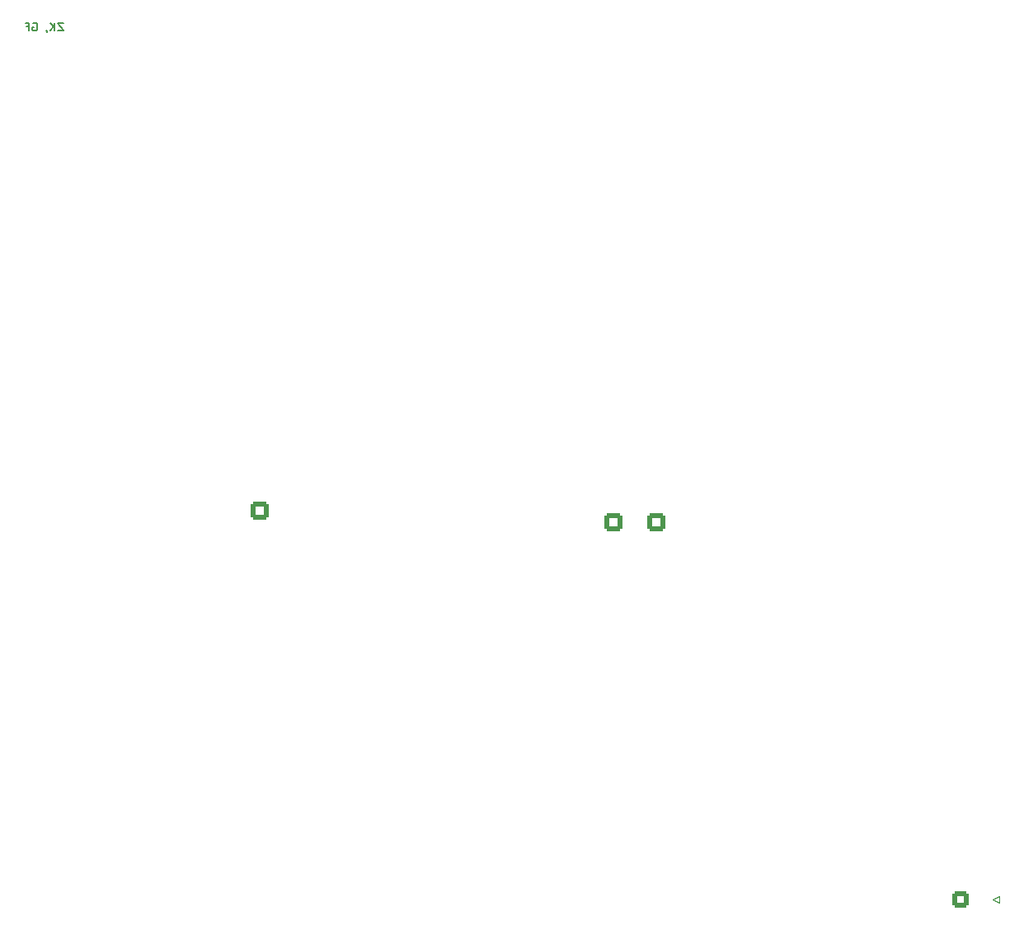
<source format=gbo>
G04 #@! TF.GenerationSoftware,KiCad,Pcbnew,8.0.5*
G04 #@! TF.CreationDate,2024-10-03T07:07:38-04:00*
G04 #@! TF.ProjectId,WarpSE,57617270-5345-42e6-9b69-6361645f7063,1.0*
G04 #@! TF.SameCoordinates,Original*
G04 #@! TF.FileFunction,Legend,Bot*
G04 #@! TF.FilePolarity,Positive*
%FSLAX46Y46*%
G04 Gerber Fmt 4.6, Leading zero omitted, Abs format (unit mm)*
G04 Created by KiCad (PCBNEW 8.0.5) date 2024-10-03 07:07:38*
%MOMM*%
%LPD*%
G01*
G04 APERTURE LIST*
G04 Aperture macros list*
%AMRoundRect*
0 Rectangle with rounded corners*
0 $1 Rounding radius*
0 $2 $3 $4 $5 $6 $7 $8 $9 X,Y pos of 4 corners*
0 Add a 4 corners polygon primitive as box body*
4,1,4,$2,$3,$4,$5,$6,$7,$8,$9,$2,$3,0*
0 Add four circle primitives for the rounded corners*
1,1,$1+$1,$2,$3*
1,1,$1+$1,$4,$5*
1,1,$1+$1,$6,$7*
1,1,$1+$1,$8,$9*
0 Add four rect primitives between the rounded corners*
20,1,$1+$1,$2,$3,$4,$5,0*
20,1,$1+$1,$4,$5,$6,$7,0*
20,1,$1+$1,$6,$7,$8,$9,0*
20,1,$1+$1,$8,$9,$2,$3,0*%
G04 Aperture macros list end*
%ADD10C,0.203200*%
%ADD11C,0.120000*%
%ADD12C,3.002400*%
%ADD13RoundRect,0.274580X0.576620X0.576620X-0.576620X0.576620X-0.576620X-0.576620X0.576620X-0.576620X0*%
%ADD14C,1.702400*%
%ADD15C,1.448000*%
%ADD16C,2.527300*%
%ADD17C,1.143000*%
%ADD18RoundRect,0.272412X0.653788X0.653788X-0.653788X0.653788X-0.653788X-0.653788X0.653788X-0.653788X0*%
%ADD19O,1.852400X1.852400*%
%ADD20RoundRect,0.272412X-0.653788X-0.653788X0.653788X-0.653788X0.653788X0.653788X-0.653788X0.653788X0*%
G04 APERTURE END LIST*
D10*
X113568237Y-39430649D02*
X113026371Y-39430649D01*
X113026371Y-39430649D02*
X113568237Y-40243449D01*
X113568237Y-40243449D02*
X113026371Y-40243449D01*
X112716733Y-40243449D02*
X112716733Y-39430649D01*
X112252276Y-40243449D02*
X112600618Y-39778992D01*
X112252276Y-39430649D02*
X112716733Y-39895106D01*
X111865228Y-40204745D02*
X111865228Y-40243449D01*
X111865228Y-40243449D02*
X111903933Y-40320859D01*
X111903933Y-40320859D02*
X111942637Y-40359564D01*
X110471856Y-39469354D02*
X110549266Y-39430649D01*
X110549266Y-39430649D02*
X110665380Y-39430649D01*
X110665380Y-39430649D02*
X110781494Y-39469354D01*
X110781494Y-39469354D02*
X110858904Y-39546764D01*
X110858904Y-39546764D02*
X110897609Y-39624173D01*
X110897609Y-39624173D02*
X110936313Y-39778992D01*
X110936313Y-39778992D02*
X110936313Y-39895106D01*
X110936313Y-39895106D02*
X110897609Y-40049925D01*
X110897609Y-40049925D02*
X110858904Y-40127335D01*
X110858904Y-40127335D02*
X110781494Y-40204745D01*
X110781494Y-40204745D02*
X110665380Y-40243449D01*
X110665380Y-40243449D02*
X110587971Y-40243449D01*
X110587971Y-40243449D02*
X110471856Y-40204745D01*
X110471856Y-40204745D02*
X110433152Y-40166040D01*
X110433152Y-40166040D02*
X110433152Y-39895106D01*
X110433152Y-39895106D02*
X110587971Y-39895106D01*
X109813875Y-39817697D02*
X110084809Y-39817697D01*
X110084809Y-40243449D02*
X110084809Y-39430649D01*
X110084809Y-39430649D02*
X109697761Y-39430649D01*
D11*
X209050000Y-129540000D02*
X209730000Y-129840000D01*
X209730000Y-129240000D02*
X209050000Y-129540000D01*
X209730000Y-129840000D02*
X209730000Y-129240000D01*
%LPC*%
D12*
X203500000Y-135170000D03*
X203500000Y-45170000D03*
D13*
X205740000Y-129540000D03*
D14*
X205740000Y-127000000D03*
X205740000Y-124460000D03*
X205740000Y-121920000D03*
X205740000Y-119380000D03*
X205740000Y-116840000D03*
X205740000Y-114300000D03*
X205740000Y-111760000D03*
X205740000Y-109220000D03*
X205740000Y-106680000D03*
X205740000Y-104140000D03*
X205740000Y-101600000D03*
X205740000Y-99060000D03*
X205740000Y-96520000D03*
X205740000Y-93980000D03*
X205740000Y-91440000D03*
X205740000Y-88900000D03*
X205740000Y-86360000D03*
X205740000Y-83820000D03*
X205740000Y-81280000D03*
X205740000Y-78740000D03*
X205740000Y-76200000D03*
X205740000Y-73660000D03*
X205740000Y-71120000D03*
X205740000Y-68580000D03*
X205740000Y-66040000D03*
X205740000Y-63500000D03*
X205740000Y-60960000D03*
X205740000Y-58420000D03*
X205740000Y-55880000D03*
X205740000Y-53340000D03*
X205740000Y-50800000D03*
X203200000Y-129540000D03*
X203200000Y-127000000D03*
X203200000Y-124460000D03*
X203200000Y-121920000D03*
X203200000Y-119380000D03*
X203200000Y-116840000D03*
X203200000Y-114300000D03*
X203200000Y-111760000D03*
X203200000Y-109220000D03*
X203200000Y-106680000D03*
X203200000Y-104140000D03*
X203200000Y-101600000D03*
X203200000Y-99060000D03*
X203200000Y-96520000D03*
X203200000Y-93980000D03*
X203200000Y-91440000D03*
X203200000Y-88900000D03*
X203200000Y-86360000D03*
X203200000Y-83820000D03*
X203200000Y-81280000D03*
X203200000Y-78740000D03*
X203200000Y-76200000D03*
X203200000Y-73660000D03*
X203200000Y-71120000D03*
X203200000Y-68580000D03*
X203200000Y-66040000D03*
X203200000Y-63500000D03*
X203200000Y-60960000D03*
X203200000Y-58420000D03*
X203200000Y-55880000D03*
X203200000Y-53340000D03*
X203200000Y-50800000D03*
X200660000Y-129540000D03*
X200660000Y-127000000D03*
X200660000Y-124460000D03*
X200660000Y-121920000D03*
X200660000Y-119380000D03*
X200660000Y-116840000D03*
X200660000Y-114300000D03*
X200660000Y-111760000D03*
X200660000Y-109220000D03*
X200660000Y-106680000D03*
X200660000Y-104140000D03*
X200660000Y-101600000D03*
X200660000Y-99060000D03*
X200660000Y-96520000D03*
X200660000Y-93980000D03*
X200660000Y-91440000D03*
X200660000Y-88900000D03*
X200660000Y-86360000D03*
X200660000Y-83820000D03*
X200660000Y-81280000D03*
X200660000Y-78740000D03*
X200660000Y-76200000D03*
X200660000Y-73660000D03*
X200660000Y-71120000D03*
X200660000Y-68580000D03*
X200660000Y-66040000D03*
X200660000Y-63500000D03*
X200660000Y-60960000D03*
X200660000Y-58420000D03*
X200660000Y-55880000D03*
X200660000Y-53340000D03*
X200660000Y-50800000D03*
D15*
X107823000Y-39878000D03*
X210312000Y-39878000D03*
X210312000Y-137922000D03*
X196469000Y-137922000D03*
X107823000Y-127508000D03*
D16*
X107854910Y-48944962D03*
D17*
X109650961Y-50741013D03*
D16*
X111447012Y-52537064D03*
X111896025Y-44903846D03*
X115488128Y-48495949D03*
D17*
X114320694Y-44634439D03*
X115757535Y-46071280D03*
D18*
X133750000Y-89550000D03*
D19*
X133750000Y-87010000D03*
D20*
X174498000Y-90805000D03*
D19*
X174498000Y-93345000D03*
D20*
X105283000Y-112268000D03*
D19*
X107823000Y-112268000D03*
X105283000Y-114808000D03*
X107823000Y-114808000D03*
X105283000Y-117348000D03*
X107823000Y-117348000D03*
X105283000Y-119888000D03*
X107823000Y-119888000D03*
X105283000Y-122428000D03*
X107823000Y-122428000D03*
X105283000Y-124968000D03*
X107823000Y-124968000D03*
D20*
X170116500Y-90805000D03*
D19*
X170116500Y-93345000D03*
%LPD*%
M02*

</source>
